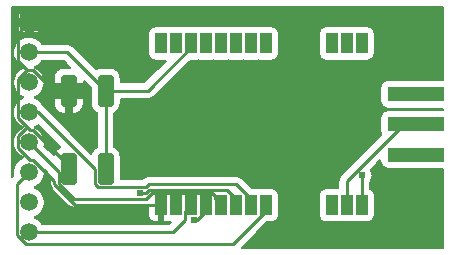
<source format=gtl>
G04 Layer: TopLayer*
G04 EasyEDA Pro v2.2.40.3, 2025-08-02 18:00:09*
G04 Gerber Generator version 0.3*
G04 Scale: 100 percent, Rotated: No, Reflected: No*
G04 Dimensions in millimeters*
G04 Leading zeros omitted, absolute positions, 4 integers and 5 decimals*
G04 Generated by one-click*
%FSLAX45Y45*%
%MOMM*%
%AMRoundRect*1,1,$1,$2,$3*1,1,$1,$4,$5*1,1,$1,0-$2,0-$3*1,1,$1,0-$4,0-$5*20,1,$1,$2,$3,$4,$5,0*20,1,$1,$4,$5,0-$2,0-$3,0*20,1,$1,0-$2,0-$3,0-$4,0-$5,0*20,1,$1,0-$4,0-$5,$2,$3,0*4,1,4,$2,$3,$4,$5,0-$2,0-$3,0-$4,0-$5,$2,$3,0*%
%ADD10C,0.2032*%
%ADD11C,0.50508*%
%ADD12C,1.35508*%
%ADD13C,0.66758*%
%ADD14C,0.75508*%
%ADD15RoundRect,0.5X-0.4125X1.1X0.4125X1.1*%
%ADD16R,1.5X1.5*%
%ADD17C,1.5*%
%ADD18R,4.8045X1.2*%
%ADD19R,4.79999X1.2*%
%ADD20R,1.0X1.7*%
%ADD21C,0.61*%
%ADD22C,0.254*%
G75*


G04 Copper Start*
G36*
G01X15471286Y-8234710D02*
G01X15471286Y-8248874D01*
G01X15000011Y-8248874D01*
G01X14986567Y-8250388D01*
G01X14973798Y-8254856D01*
G01X14962343Y-8262054D01*
G01X14952777Y-8271620D01*
G01X14945580Y-8283075D01*
G01X14941111Y-8295844D01*
G01X14939597Y-8309287D01*
G01X14939597Y-8429287D01*
G01X14941390Y-8443896D01*
G01X14946662Y-8457637D01*
G01X14604111Y-8800188D01*
G01X14595064Y-8811199D01*
G01X14588325Y-8823756D01*
G01X14584150Y-8837381D01*
G01X14582697Y-8851558D01*
G01X14582438Y-8909057D01*
G01X14577898Y-8908886D01*
G01X14477898Y-8908886D01*
G01X14464455Y-8910401D01*
G01X14451686Y-8914869D01*
G01X14440231Y-8922067D01*
G01X14430665Y-8931633D01*
G01X14423467Y-8943087D01*
G01X14418999Y-8955857D01*
G01X14417485Y-8969300D01*
G01X14417485Y-9139300D01*
G01X14418999Y-9152743D01*
G01X14423467Y-9165512D01*
G01X14430665Y-9176967D01*
G01X14440231Y-9186533D01*
G01X14451686Y-9193731D01*
G01X14464455Y-9198199D01*
G01X14477898Y-9199714D01*
G01X14577898Y-9199714D01*
G01X14591398Y-9198186D01*
G01X14604898Y-9199714D01*
G01X14704898Y-9199714D01*
G01X14718398Y-9198186D01*
G01X14731898Y-9199714D01*
G01X14831898Y-9199714D01*
G01X14845342Y-9198199D01*
G01X14858111Y-9193731D01*
G01X14869566Y-9186533D01*
G01X14879132Y-9176967D01*
G01X14886329Y-9165512D01*
G01X14890797Y-9152743D01*
G01X14892312Y-9139300D01*
G01X14892312Y-8969300D01*
G01X14890689Y-8955388D01*
G01X14885905Y-8942224D01*
G01X14878219Y-8930515D01*
G01X14868043Y-8920891D01*
G01X14855924Y-8913869D01*
G01X14855924Y-8854131D01*
G01X14865207Y-8838517D01*
G01X14871200Y-8821370D01*
G01X14873665Y-8803373D01*
G01X14872503Y-8785246D01*
G01X14867760Y-8767711D01*
G01X14859627Y-8751470D01*
G01X14939597Y-8671499D01*
G01X14939597Y-8684278D01*
G01X14941111Y-8697721D01*
G01X14945580Y-8710490D01*
G01X14952777Y-8721945D01*
G01X14962343Y-8731511D01*
G01X14973798Y-8738709D01*
G01X14986567Y-8743177D01*
G01X15000011Y-8744692D01*
G01X15471286Y-8744692D01*
G01X15471286Y-9413386D01*
G01X13765913Y-9413386D01*
G01X13979585Y-9199714D01*
G01X14020902Y-9199714D01*
G01X14034345Y-9198199D01*
G01X14047114Y-9193731D01*
G01X14058569Y-9186533D01*
G01X14068135Y-9176967D01*
G01X14075333Y-9165512D01*
G01X14079801Y-9152743D01*
G01X14081316Y-9139300D01*
G01X14081316Y-8969300D01*
G01X14079801Y-8955857D01*
G01X14075333Y-8943087D01*
G01X14068135Y-8931633D01*
G01X14058569Y-8922067D01*
G01X14047114Y-8914869D01*
G01X14034345Y-8910401D01*
G01X14020902Y-8908886D01*
G01X13920902Y-8908886D01*
G01X13907402Y-8910414D01*
G01X13893902Y-8908886D01*
G01X13850985Y-8908886D01*
G01X13767699Y-8825601D01*
G01X13756620Y-8816508D01*
G01X13743979Y-8809752D01*
G01X13730264Y-8805591D01*
G01X13716000Y-8804186D01*
G01X12979400Y-8804186D01*
G01X12965136Y-8805591D01*
G01X12951421Y-8809752D01*
G01X12938780Y-8816508D01*
G01X12927701Y-8825601D01*
G01X12923715Y-8829586D01*
G01X12741614Y-8829586D01*
G01X12741614Y-8640300D01*
G01X12739876Y-8623158D01*
G01X12734733Y-8606713D01*
G01X12726394Y-8591635D01*
G01X12715199Y-8578537D01*
G01X12701603Y-8567953D01*
G01X12686159Y-8560312D01*
G01X12686159Y-8274544D01*
G01X12701131Y-8266724D01*
G01X12714271Y-8256111D01*
G01X12725066Y-8243119D01*
G01X12733093Y-8228256D01*
G01X12738038Y-8212105D01*
G01X12739709Y-8195297D01*
G01X12739709Y-8158410D01*
G01X12968645Y-8158410D01*
G01X12982908Y-8157006D01*
G01X12996624Y-8152845D01*
G01X13009265Y-8146089D01*
G01X13020344Y-8136996D01*
G01X13327626Y-7829714D01*
G01X13385902Y-7829714D01*
G01X13399402Y-7828186D01*
G01X13412902Y-7829714D01*
G01X13512902Y-7829714D01*
G01X13526402Y-7828186D01*
G01X13539902Y-7829714D01*
G01X13639902Y-7829714D01*
G01X13653402Y-7828186D01*
G01X13666902Y-7829714D01*
G01X13766902Y-7829714D01*
G01X13780402Y-7828186D01*
G01X13793902Y-7829714D01*
G01X13893902Y-7829714D01*
G01X13907402Y-7828186D01*
G01X13920902Y-7829714D01*
G01X14020902Y-7829714D01*
G01X14034345Y-7828199D01*
G01X14047114Y-7823731D01*
G01X14058569Y-7816533D01*
G01X14068135Y-7806967D01*
G01X14075333Y-7795513D01*
G01X14079801Y-7782743D01*
G01X14081316Y-7769300D01*
G01X14081316Y-7599300D01*
G01X14417485Y-7599300D01*
G01X14417485Y-7769300D01*
G01X14418999Y-7782743D01*
G01X14423467Y-7795513D01*
G01X14430665Y-7806967D01*
G01X14440231Y-7816533D01*
G01X14451686Y-7823731D01*
G01X14464455Y-7828199D01*
G01X14477898Y-7829714D01*
G01X14577898Y-7829714D01*
G01X14591398Y-7828186D01*
G01X14604898Y-7829714D01*
G01X14604898Y-7829714D01*
G01X14704898Y-7829714D01*
G01X14718398Y-7828186D01*
G01X14731898Y-7829714D01*
G01X14831898Y-7829714D01*
G01X14845342Y-7828199D01*
G01X14858111Y-7823731D01*
G01X14869566Y-7816533D01*
G01X14879132Y-7806967D01*
G01X14886329Y-7795513D01*
G01X14890797Y-7782743D01*
G01X14892312Y-7769300D01*
G01X14892312Y-7599300D01*
G01X14890797Y-7585857D01*
G01X14886329Y-7573088D01*
G01X14879132Y-7561633D01*
G01X14869566Y-7552067D01*
G01X14858111Y-7544869D01*
G01X14845342Y-7540401D01*
G01X14831898Y-7538886D01*
G01X14731898Y-7538886D01*
G01X14718398Y-7540414D01*
G01X14704898Y-7538886D01*
G01X14604898Y-7538886D01*
G01X14591398Y-7540414D01*
G01X14577898Y-7538886D01*
G01X14477898Y-7538886D01*
G01X14464455Y-7540401D01*
G01X14451686Y-7544869D01*
G01X14440231Y-7552067D01*
G01X14430665Y-7561633D01*
G01X14423467Y-7573088D01*
G01X14418999Y-7585857D01*
G01X14417485Y-7599300D01*
G01X14081316Y-7599300D01*
G01X14079801Y-7585857D01*
G01X14075333Y-7573088D01*
G01X14068135Y-7561633D01*
G01X14058569Y-7552067D01*
G01X14047114Y-7544869D01*
G01X14034345Y-7540401D01*
G01X14020902Y-7538886D01*
G01X13920902Y-7538886D01*
G01X13907402Y-7540414D01*
G01X13893902Y-7538886D01*
G01X13793902Y-7538886D01*
G01X13780402Y-7540414D01*
G01X13766902Y-7538886D01*
G01X13666902Y-7538886D01*
G01X13653402Y-7540414D01*
G01X13639902Y-7538886D01*
G01X13539902Y-7538886D01*
G01X13526402Y-7540414D01*
G01X13512902Y-7538886D01*
G01X13412902Y-7538886D01*
G01X13399402Y-7540414D01*
G01X13385902Y-7538886D01*
G01X13285902Y-7538886D01*
G01X13272402Y-7540414D01*
G01X13258902Y-7538886D01*
G01X13158902Y-7538886D01*
G01X13145402Y-7540414D01*
G01X13131902Y-7538886D01*
G01X13031902Y-7538886D01*
G01X13018458Y-7540401D01*
G01X13005689Y-7544869D01*
G01X12994234Y-7552067D01*
G01X12984668Y-7561633D01*
G01X12977471Y-7573088D01*
G01X12973003Y-7585857D01*
G01X12971488Y-7599300D01*
G01X12971488Y-7769300D01*
G01X12973003Y-7782743D01*
G01X12977471Y-7795513D01*
G01X12984668Y-7806967D01*
G01X12994234Y-7816533D01*
G01X13005689Y-7823731D01*
G01X13018458Y-7828199D01*
G01X13031902Y-7829714D01*
G01X13120829Y-7829714D01*
G01X12938360Y-8012183D01*
G01X12739709Y-8012183D01*
G01X12739709Y-7975296D01*
G01X12738067Y-7958633D01*
G01X12733207Y-7942610D01*
G01X12725314Y-7927843D01*
G01X12714692Y-7914900D01*
G01X12701748Y-7904277D01*
G01X12686981Y-7896384D01*
G01X12670958Y-7891524D01*
G01X12654295Y-7889883D01*
G01X12571795Y-7889883D01*
G01X12557780Y-7891040D01*
G01X12544146Y-7894482D01*
G01X12531260Y-7900113D01*
G01X12339147Y-7708001D01*
G01X12328068Y-7698908D01*
G01X12315428Y-7692152D01*
G01X12301712Y-7687991D01*
G01X12287448Y-7686586D01*
G01X12077379Y-7686586D01*
G01X12063168Y-7668140D01*
G01X12046008Y-7652402D01*
G01X12026404Y-7639836D01*
G01X12004938Y-7630814D01*
G01X11982244Y-7625604D01*
G01X11958992Y-7624358D01*
G01X11935871Y-7627114D01*
G01X11913563Y-7633791D01*
G01X11892730Y-7644190D01*
G01X11873986Y-7658005D01*
G01X11857885Y-7674826D01*
G01X11844905Y-7694158D01*
G01X11835428Y-7715427D01*
G01X11829735Y-7738005D01*
G01X11827995Y-7761225D01*
G01X11830258Y-7784400D01*
G01X11836458Y-7806844D01*
G01X11846411Y-7827895D01*
G01X11859824Y-7846929D01*
G01X11876299Y-7863383D01*
G01X11895349Y-7876773D01*
G01X11916412Y-7886700D01*
G01X11896521Y-7895954D01*
G01X11878385Y-7908299D01*
G01X11862480Y-7923411D01*
G01X11849225Y-7940893D01*
G01X11838966Y-7960285D01*
G01X11831974Y-7981080D01*
G01X11828431Y-8002731D01*
G01X11828431Y-8024669D01*
G01X11831974Y-8046320D01*
G01X11838966Y-8067115D01*
G01X11849225Y-8086507D01*
G01X11862480Y-8103989D01*
G01X11878385Y-8119101D01*
G01X11896521Y-8131446D01*
G01X11916412Y-8140700D01*
G01X11897718Y-8149283D01*
G01X11880539Y-8160598D01*
G01X11865272Y-8174384D01*
G01X11852270Y-8190324D01*
G01X11841832Y-8208050D01*
G01X11834200Y-8227151D01*
G01X11829549Y-8247189D01*
G01X11827986Y-8267700D01*
G01X11829549Y-8288211D01*
G01X11834200Y-8308249D01*
G01X11841832Y-8327350D01*
G01X11852270Y-8345076D01*
G01X11865272Y-8361016D01*
G01X11880539Y-8374802D01*
G01X11897718Y-8386117D01*
G01X11916412Y-8394700D01*
G01X11897718Y-8403283D01*
G01X11880539Y-8414598D01*
G01X11865272Y-8428384D01*
G01X11852270Y-8444324D01*
G01X11841832Y-8462050D01*
G01X11834200Y-8481151D01*
G01X11829549Y-8501189D01*
G01X11827986Y-8521700D01*
G01X11829549Y-8542211D01*
G01X11834200Y-8562249D01*
G01X11841832Y-8581350D01*
G01X11852270Y-8599076D01*
G01X11865272Y-8615016D01*
G01X11880539Y-8628802D01*
G01X11897718Y-8640117D01*
G01X11916412Y-8648700D01*
G01X11896890Y-8657745D01*
G01X11879048Y-8669768D01*
G01X11863335Y-8684465D01*
G01X11850148Y-8701465D01*
G01X11839820Y-8720339D01*
G01X11832611Y-8740611D01*
G01X11828705Y-8761769D01*
G01X11828198Y-8783278D01*
G01X11831105Y-8804596D01*
G01X11821014Y-8814687D01*
G01X11821014Y-7580700D01*
G01X11875446Y-7580700D01*
G01X11875446Y-7580700D01*
G01X11877182Y-7587177D01*
G01X11881923Y-7591918D01*
G01X11888400Y-7593654D01*
G01X12038400Y-7593654D01*
G01X12044877Y-7591918D01*
G01X12049618Y-7587177D01*
G01X12051354Y-7580700D01*
G01X12051354Y-7430700D01*
G01X12049618Y-7424223D01*
G01X12044877Y-7419482D01*
G01X12038400Y-7417746D01*
G01X11888400Y-7417746D01*
G01X11881923Y-7419482D01*
G01X11877182Y-7424223D01*
G01X11875446Y-7430700D01*
G01X11875446Y-7580700D01*
G01X11821014Y-7580700D01*
G01X11821014Y-7376014D01*
G01X15471286Y-7376014D01*
G01X15471286Y-7993883D01*
G01X15000011Y-7993883D01*
G01X14986567Y-7995398D01*
G01X14973798Y-7999866D01*
G01X14962343Y-8007063D01*
G01X14952777Y-8016629D01*
G01X14945580Y-8028084D01*
G01X14941111Y-8040853D01*
G01X14939597Y-8054297D01*
G01X14939597Y-8174297D01*
G01X14941111Y-8187740D01*
G01X14945580Y-8200509D01*
G01X14952777Y-8211964D01*
G01X14962343Y-8221530D01*
G01X14973798Y-8228728D01*
G01X14986567Y-8233196D01*
G01X15000011Y-8234710D01*
G01X15471286Y-8234710D01*
G37*
G36*
G01X12044582Y-8376081D02*
G01X12229491Y-8560990D01*
G01X12213181Y-8569662D01*
G01X12199118Y-8581637D01*
G01X12187957Y-8596357D01*
G01X12180222Y-8613131D01*
G01X12176275Y-8631176D01*
G01X12095695Y-8550596D01*
G01X12098602Y-8529278D01*
G01X12098095Y-8507769D01*
G01X12094189Y-8486611D01*
G01X12086980Y-8466339D01*
G01X12076652Y-8447465D01*
G01X12063465Y-8430465D01*
G01X12047752Y-8415768D01*
G01X12029910Y-8403745D01*
G01X12010388Y-8394700D01*
G01X12028158Y-8386626D01*
G01X12044582Y-8376081D01*
G37*
G36*
G01X12010388Y-8140700D02*
G01X12030279Y-8131446D01*
G01X12048415Y-8119101D01*
G01X12064320Y-8103989D01*
G01X12077575Y-8086507D01*
G01X12087834Y-8067115D01*
G01X12094826Y-8046320D01*
G01X12098369Y-8024669D01*
G01X12098369Y-8002731D01*
G01X12094826Y-7981080D01*
G01X12087834Y-7960285D01*
G01X12077575Y-7940893D01*
G01X12064320Y-7923411D01*
G01X12048415Y-7908299D01*
G01X12030279Y-7895954D01*
G01X12010388Y-7886700D01*
G01X12030200Y-7877490D01*
G01X12048274Y-7865215D01*
G01X12064138Y-7850192D01*
G01X12077379Y-7832814D01*
G01X12257163Y-7832814D01*
G01X12314232Y-7889883D01*
G01X12259295Y-7889883D01*
G01X12242631Y-7891524D01*
G01X12226608Y-7896384D01*
G01X12211841Y-7904277D01*
G01X12198898Y-7914900D01*
G01X12188276Y-7927843D01*
G01X12180383Y-7942610D01*
G01X12175522Y-7958633D01*
G01X12173881Y-7975296D01*
G01X12173881Y-8195297D01*
G01X12175522Y-8211960D01*
G01X12180383Y-8227983D01*
G01X12188276Y-8242750D01*
G01X12198898Y-8255693D01*
G01X12211841Y-8266316D01*
G01X12226608Y-8274209D01*
G01X12242631Y-8279069D01*
G01X12259295Y-8280710D01*
G01X12341795Y-8280710D01*
G01X12358458Y-8279069D01*
G01X12374481Y-8274209D01*
G01X12389248Y-8266316D01*
G01X12402191Y-8255693D01*
G01X12412814Y-8242750D01*
G01X12420707Y-8227983D01*
G01X12425567Y-8211960D01*
G01X12427209Y-8195297D01*
G01X12427209Y-8002859D01*
G01X12486381Y-8062031D01*
G01X12486381Y-8195297D01*
G01X12488051Y-8212105D01*
G01X12492996Y-8228256D01*
G01X12501023Y-8243119D01*
G01X12511818Y-8256111D01*
G01X12524959Y-8266724D01*
G01X12539931Y-8274544D01*
G01X12539931Y-8561845D01*
G01X12526705Y-8568977D01*
G01X12514934Y-8578315D01*
G01X12504981Y-8589573D01*
G01X12497155Y-8602400D01*
G01X12491698Y-8616400D01*
G01X12091299Y-8216001D01*
G01X12086744Y-8211816D01*
G01X12076400Y-8193081D01*
G01X12063233Y-8176211D01*
G01X12047572Y-8161625D01*
G01X12029810Y-8149689D01*
G01X12010388Y-8140700D01*
G37*
G36*
G01X12097847Y-8759545D02*
G01X12144286Y-8805985D01*
G01X12144286Y-8877300D01*
G01X12145691Y-8891564D01*
G01X12149852Y-8905279D01*
G01X12156608Y-8917920D01*
G01X12165701Y-8928999D01*
G01X12292701Y-9055999D01*
G01X12303780Y-9065092D01*
G01X12316421Y-9071848D01*
G01X12330136Y-9076009D01*
G01X12344400Y-9077414D01*
G01X12954000Y-9077414D01*
G01X12962808Y-9076881D01*
G01X12971488Y-9075292D01*
G01X12971488Y-9139300D01*
G01X12973003Y-9152743D01*
G01X12977471Y-9165512D01*
G01X12984668Y-9176967D01*
G01X12994234Y-9186533D01*
G01X13005689Y-9193731D01*
G01X13018458Y-9198199D01*
G01X13031902Y-9199714D01*
G01X13131902Y-9199714D01*
G01X13145402Y-9198186D01*
G01X13158902Y-9199714D01*
G01X13163188Y-9199714D01*
G01X13152315Y-9210586D01*
G01X12077379Y-9210586D01*
G01X12064138Y-9193208D01*
G01X12048274Y-9178185D01*
G01X12030200Y-9165910D01*
G01X12010388Y-9156700D01*
G01X12029082Y-9148117D01*
G01X12046261Y-9136802D01*
G01X12061528Y-9123016D01*
G01X12074530Y-9107076D01*
G01X12084968Y-9089350D01*
G01X12092600Y-9070249D01*
G01X12097251Y-9050211D01*
G01X12098814Y-9029700D01*
G01X12097251Y-9009189D01*
G01X12092600Y-8989151D01*
G01X12084968Y-8970050D01*
G01X12074530Y-8952324D01*
G01X12061528Y-8936384D01*
G01X12046261Y-8922598D01*
G01X12029082Y-8911283D01*
G01X12010388Y-8902700D01*
G01X12030845Y-8893122D01*
G01X12049426Y-8880278D01*
G01X12065612Y-8864523D01*
G01X12078955Y-8846297D01*
G01X12089082Y-8826106D01*
G01X12095713Y-8804513D01*
G01X12098662Y-8782119D01*
G01X12097847Y-8759545D01*
G37*
G54D10*
G01X15471286Y-8234710D02*
G01X15471286Y-8248874D01*
G01X15000011Y-8248874D01*
G03X14939597Y-8309287I0J-60414D01*
G01X14939597Y-8429287D01*
G03X14946662Y-8457637I60414J0D01*
G01X14604111Y-8800188D01*
G03X14582697Y-8851558I51699J-51699D01*
G01X14582438Y-8909057D01*
G03X14577898Y-8908886I-4540J-60243D01*
G01X14477898Y-8908886D01*
G03X14417485Y-8969300I0J-60414D01*
G01X14417485Y-9139300D01*
G03X14477898Y-9199714I60414J0D01*
G01X14577898Y-9199714D01*
G03X14591398Y-9198186I0J60414D01*
G03X14604898Y-9199714I13500J58886D01*
G01X14704898Y-9199714D01*
G03X14718398Y-9198186I0J60414D01*
G03X14731898Y-9199714I13500J58886D01*
G01X14831898Y-9199714D01*
G03X14892312Y-9139300I0J60414D01*
G01X14892312Y-8969300D01*
G03X14855924Y-8913869I-60414J0D01*
G01X14855924Y-8854131D01*
G03X14873665Y-8803373I-73114J54034D01*
G03X14859627Y-8751470I-90855J3277D01*
G01X14939597Y-8671499D01*
G01X14939597Y-8684278D01*
G03X15000011Y-8744692I60414J0D01*
G01X15471286Y-8744692D01*
G01X15471286Y-9413386D01*
G01X13765913Y-9413386D01*
G01X13979585Y-9199714D01*
G01X14020902Y-9199714D01*
G03X14081316Y-9139300I0J60414D01*
G01X14081316Y-8969300D01*
G03X14020902Y-8908886I-60414J0D01*
G01X13920902Y-8908886D01*
G03X13907402Y-8910414I0J-60414D01*
G03X13893902Y-8908886I-13500J-58886D01*
G01X13850985Y-8908886D01*
G01X13767699Y-8825601D01*
G03X13716000Y-8804186I-51699J-51699D01*
G01X12979400Y-8804186D01*
G03X12927701Y-8825601I0J-73114D01*
G01X12923715Y-8829586D01*
G01X12741614Y-8829586D01*
G01X12741614Y-8640300D01*
G03X12686159Y-8560312I-85414J0D01*
G01X12686159Y-8274544D01*
G03X12739709Y-8195297I-31864J79248D01*
G01X12739709Y-8158410D01*
G01X12968645Y-8158410D01*
G03X13020344Y-8136996I0J73114D01*
G01X13327626Y-7829714D01*
G01X13385902Y-7829714D01*
G03X13399402Y-7828186I0J60414D01*
G03X13412902Y-7829714I13500J58886D01*
G01X13512902Y-7829714D01*
G03X13526402Y-7828186I0J60414D01*
G03X13539902Y-7829714I13500J58886D01*
G01X13639902Y-7829714D01*
G03X13653402Y-7828186I0J60414D01*
G03X13666902Y-7829714I13500J58886D01*
G01X13766902Y-7829714D01*
G03X13780402Y-7828186I0J60414D01*
G03X13793902Y-7829714I13500J58886D01*
G01X13893902Y-7829714D01*
G03X13907402Y-7828186I0J60414D01*
G03X13920902Y-7829714I13500J58886D01*
G01X14020902Y-7829714D01*
G03X14081316Y-7769300I0J60414D01*
G01X14081316Y-7599300D01*
G03X14020902Y-7538886I-60414J0D01*
G01X13920902Y-7538886D01*
G03X13907402Y-7540414I0J-60414D01*
G03X13893902Y-7538886I-13500J-58886D01*
G01X13793902Y-7538886D01*
G03X13780402Y-7540414I0J-60414D01*
G03X13766902Y-7538886I-13500J-58886D01*
G01X13666902Y-7538886D01*
G03X13653402Y-7540414I0J-60414D01*
G03X13639902Y-7538886I-13500J-58886D01*
G01X13539902Y-7538886D01*
G03X13526402Y-7540414I0J-60414D01*
G03X13512902Y-7538886I-13500J-58886D01*
G01X13412902Y-7538886D01*
G03X13399402Y-7540414I0J-60414D01*
G03X13385902Y-7538886I-13500J-58886D01*
G01X13285902Y-7538886D01*
G03X13272402Y-7540414I0J-60414D01*
G03X13258902Y-7538886I-13500J-58886D01*
G01X13158902Y-7538886D01*
G03X13145402Y-7540414I0J-60414D01*
G03X13131902Y-7538886I-13500J-58886D01*
G01X13031902Y-7538886D01*
G03X12971488Y-7599300I0J-60414D01*
G01X12971488Y-7769300D01*
G03X13031902Y-7829714I60414J0D01*
G01X13120829Y-7829714D01*
G01X12938360Y-8012183D01*
G01X12739709Y-8012183D01*
G01X12739709Y-7975296D01*
G03X12654295Y-7889883I-85414J0D01*
G01X12571795Y-7889883D01*
G03X12531260Y-7900113I0J-85414D01*
G01X12339147Y-7708001D01*
G03X12287448Y-7686586I-51699J-51699D01*
G01X12077379Y-7686586D01*
G03X11857885Y-7674826I-113979J-73114D01*
G03X11916412Y-7886700I105515J-84874D01*
G03X11916412Y-8140700I46988J-127000D01*
G03X11827986Y-8267700I46988J-127000D01*
G03X11916412Y-8394700I135414J0D01*
G03X11827986Y-8521700I46988J-127000D01*
G03X11916412Y-8648700I135414J0D01*
G03X11831105Y-8804596I46988J-127000D01*
G01X11821014Y-8814687D01*
G01X11821014Y-7376014D01*
G01X15471286Y-7376014D01*
G01X15471286Y-7993883D01*
G01X15000011Y-7993883D01*
G03X14939597Y-8054297I0J-60414D01*
G01X14939597Y-8174297D01*
G03X15000011Y-8234710I60414J0D01*
G01X15471286Y-8234710D01*
G01X11875446Y-7580700D02*
G03X11888400Y-7593654I12954J0D01*
G01X12038400Y-7593654D01*
G03X12051354Y-7580700I0J12954D01*
G01X12051354Y-7430700D01*
G03X12038400Y-7417746I-12954J0D01*
G01X11888400Y-7417746D01*
G03X11875446Y-7430700I0J-12954D01*
G01X11875446Y-7580700D01*
G01X14604898Y-7829714D02*
G01X14704898Y-7829714D01*
G03X14718398Y-7828186I0J60414D01*
G03X14731898Y-7829714I13500J58886D01*
G01X14831898Y-7829714D01*
G03X14892312Y-7769300I0J60414D01*
G01X14892312Y-7599300D01*
G03X14831898Y-7538886I-60414J0D01*
G01X14731898Y-7538886D01*
G03X14718398Y-7540414I0J-60414D01*
G03X14704898Y-7538886I-13500J-58886D01*
G01X14604898Y-7538886D01*
G03X14591398Y-7540414I0J-60414D01*
G03X14577898Y-7538886I-13500J-58886D01*
G01X14477898Y-7538886D01*
G03X14417485Y-7599300I0J-60414D01*
G01X14417485Y-7769300D01*
G03X14477898Y-7829714I60414J0D01*
G01X14577898Y-7829714D01*
G03X14591398Y-7828186I0J60414D01*
G03X14604898Y-7829714I13500J58886D01*
G01X12044582Y-8376081D02*
G01X12229491Y-8560990D01*
G03X12176275Y-8631176I31709J-79310D01*
G01X12095695Y-8550596D01*
G03X12010388Y-8394700I-132295J28896D01*
G03X12044582Y-8376081I-46988J127000D01*
G01X12010388Y-8140700D02*
G03X12010388Y-7886700I-46988J127000D01*
G03X12077379Y-7832814I-46988J127000D01*
G01X12257163Y-7832814D01*
G01X12314232Y-7889883D01*
G01X12259295Y-7889883D01*
G03X12173881Y-7975296I0J-85414D01*
G01X12173881Y-8195297D01*
G03X12259295Y-8280710I85414J0D01*
G01X12341795Y-8280710D01*
G03X12427209Y-8195297I0J85414D01*
G01X12427209Y-8002859D01*
G01X12486381Y-8062031D01*
G01X12486381Y-8195297D01*
G03X12539931Y-8274544I85414J0D01*
G01X12539931Y-8561845D01*
G03X12491698Y-8616400I33769J-78455D01*
G01X12091299Y-8216001D01*
G03X12086744Y-8211816I-51699J-51699D01*
G03X12010388Y-8140700I-123344J-55884D01*
G01X12097847Y-8759545D02*
G01X12144286Y-8805985D01*
G01X12144286Y-8877300D01*
G03X12165701Y-8928999I73114J0D01*
G01X12292701Y-9055999D01*
G03X12344400Y-9077414I51699J51699D01*
G01X12954000Y-9077414D01*
G03X12971488Y-9075292I0J73114D01*
G01X12971488Y-9139300D01*
G03X13031902Y-9199714I60414J0D01*
G01X13131902Y-9199714D01*
G03X13145402Y-9198186I0J60414D01*
G03X13158902Y-9199714I13500J58886D01*
G01X13163188Y-9199714D01*
G01X13152315Y-9210586D01*
G01X12077379Y-9210586D01*
G03X12010388Y-9156700I-113979J-73114D01*
G03X12098814Y-9029700I-46988J127000D01*
G03X12010388Y-8902700I-135414J0D01*
G03X12097847Y-8759545I-46988J127000D01*
G54D11*
G01X13081902Y-9139046D02*
G01X13081902Y-9189554D01*
G54D12*
G01X12234549Y-8085297D02*
G01X12184041Y-8085297D01*
G01X12366541Y-8085297D02*
G01X12417049Y-8085297D01*
G54D13*
G01X12300545Y-8220043D02*
G01X12300545Y-8270550D01*
G54D14*
G01X11963400Y-7430954D02*
G01X11963400Y-7427906D01*
G01X11963400Y-7580446D02*
G01X11963400Y-7583494D01*
G01X12038146Y-7505700D02*
G01X12041194Y-7505700D01*
G01X11888654Y-7505700D02*
G01X11885606Y-7505700D01*
G04 Copper End*

G04 Pad Start*
G54D15*
G01X12300545Y-8085297D03*
G01X12613045Y-8085297D03*
G01X12302450Y-8750300D03*
G01X12614950Y-8750300D03*
G54D16*
G01X11963400Y-7505700D03*
G54D17*
G01X11963400Y-7759700D03*
G01X11963400Y-8013700D03*
G01X11963400Y-8267700D03*
G01X11963400Y-8521700D03*
G01X11963400Y-8775700D03*
G01X11963400Y-9029700D03*
G01X11963400Y-9283700D03*
G54D19*
G01X15240010Y-8624278D03*
G01X15240010Y-8114297D03*
G01X15240010Y-8369287D03*
G54D20*
G01X14781898Y-7684300D03*
G01X14654898Y-7684300D03*
G01X14527898Y-7684300D03*
G01X13970902Y-7684300D03*
G01X13843902Y-7684300D03*
G01X13716902Y-7684300D03*
G01X13589902Y-7684300D03*
G01X13462902Y-7684300D03*
G01X13335902Y-7684300D03*
G01X13208902Y-7684300D03*
G01X13081902Y-7684300D03*
G01X13081902Y-9054300D03*
G01X13208902Y-9054300D03*
G01X13335902Y-9054300D03*
G01X13462902Y-9054300D03*
G01X13589902Y-9054300D03*
G01X13716902Y-9054300D03*
G01X13843902Y-9054300D03*
G01X13970902Y-9054300D03*
G01X14527898Y-9054300D03*
G01X14654898Y-9054300D03*
G01X14781898Y-9054300D03*
G04 Pad End*

G04 Via Start*
G54D21*
G01X14782810Y-8800097D03*
G01X13360400Y-9182100D03*
G01X12903200Y-8953500D03*
G04 Via End*

G04 Track Start*
G54D22*
G01X15240010Y-8369287D02*
G01X15138410Y-8369287D01*
G01X14655810Y-8851887D01*
G01X14654898Y-9054300D01*
G01X14782810Y-8800097D02*
G01X14782810Y-9053388D01*
G01X14781898Y-9054300D01*
G01X12613045Y-8085297D02*
G01X12613045Y-8748395D01*
G01X12614950Y-8750300D01*
G01X12613045Y-8085297D02*
G01X12287448Y-7759700D01*
G01X11963400Y-7759700D01*
G01X12613045Y-8085297D02*
G01X12968645Y-8085297D01*
G01X13335902Y-7718040D01*
G01X13335902Y-7684300D01*
G01X11963400Y-8775700D02*
G01X11861800Y-8877300D01*
G01X11861800Y-9309100D01*
G01X11938000Y-9385300D01*
G01X13690600Y-9385300D01*
G01X13970902Y-9104998D01*
G01X13970902Y-9054300D01*
G01X13360400Y-9182100D02*
G01X13385800Y-9182100D01*
G01X13462000Y-9105900D01*
G01X13462000Y-9055202D01*
G01X13462902Y-9054300D01*
G01X11963400Y-9283700D02*
G01X13182600Y-9283700D01*
G01X13284200Y-9182100D01*
G01X13284200Y-9106002D01*
G01X13335902Y-9054300D01*
G01X12300545Y-8085297D02*
G01X12173545Y-8085297D01*
G01X11995745Y-7907497D01*
G01X11944945Y-7907497D01*
G01X11868745Y-7983697D01*
G01X11868745Y-8313897D01*
G01X11973043Y-8418195D02*
G01X11995745Y-8418195D01*
G01X12302450Y-8724900D01*
G01X12302450Y-8750300D01*
G01X11944945Y-7907497D02*
G01X11868745Y-7831297D01*
G01X11868745Y-7600355D01*
G01X11963400Y-7505700D01*
G01X11944945Y-8390097D02*
G01X11868745Y-8466297D01*
G01X11868745Y-8567897D01*
G01X11970345Y-8669497D01*
G01X11995745Y-8669497D01*
G01X12173545Y-8847297D01*
G01X12173545Y-8872697D01*
G01X12355148Y-9054300D01*
G01X13081902Y-9054300D01*
G01X11963400Y-8521700D02*
G01X12217400Y-8775700D01*
G01X12217400Y-8877300D01*
G01X12344400Y-9004300D01*
G01X12954000Y-9004300D01*
G01X13004800Y-8953500D01*
G01X13513651Y-8953500D01*
G01X13538200Y-8978049D01*
G01X13538200Y-9002598D01*
G01X13589902Y-9054300D01*
G01X12903200Y-8953500D02*
G01X12954000Y-8953500D01*
G01X12979400Y-8928100D01*
G01X13639800Y-8928100D01*
G01X13716000Y-9004300D01*
G01X13716000Y-9053398D01*
G01X13716902Y-9054300D01*
G01X11963400Y-8267700D02*
G01X12039600Y-8267700D01*
G01X12522200Y-8750300D01*
G01X12522200Y-8877300D01*
G01X12547600Y-8902700D01*
G01X12954000Y-8902700D01*
G01X12979400Y-8877300D01*
G01X13716000Y-8877300D01*
G01X13843000Y-9004300D01*
G01X13843000Y-9053398D01*
G01X13843902Y-9054300D01*
G01X11868745Y-8313897D02*
G01X11944945Y-8390097D01*
G01X11973043Y-8418195D01*
G04 Track End*

M02*


</source>
